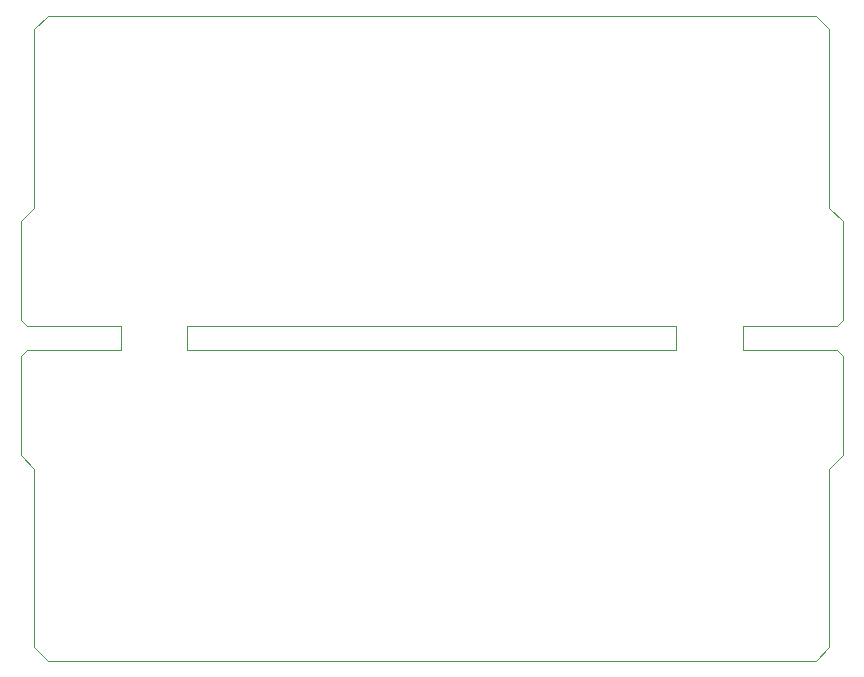
<source format=gm1>
%TF.GenerationSoftware,KiCad,Pcbnew,5.1.10-88a1d61d58~88~ubuntu20.04.1*%
%TF.CreationDate,2021-06-23T17:02:21-05:00*%
%TF.ProjectId,nes-expansion-port,6e65732d-6578-4706-916e-73696f6e2d70,rev?*%
%TF.SameCoordinates,Original*%
%TF.FileFunction,Profile,NP*%
%FSLAX46Y46*%
G04 Gerber Fmt 4.6, Leading zero omitted, Abs format (unit mm)*
G04 Created by KiCad (PCBNEW 5.1.10-88a1d61d58~88~ubuntu20.04.1) date 2021-06-23 17:02:21*
%MOMM*%
%LPD*%
G01*
G04 APERTURE LIST*
%TA.AperFunction,Profile*%
%ADD10C,0.050000*%
%TD*%
G04 APERTURE END LIST*
D10*
X113422000Y-58166000D02*
X113422000Y-56166000D01*
X160422000Y-58166000D02*
X168402000Y-58166000D01*
X154822000Y-56164000D02*
X113422000Y-56164000D01*
X160422000Y-58166000D02*
X160422000Y-56166000D01*
X154822000Y-58166000D02*
X154822000Y-56166000D01*
X107822000Y-56164000D02*
X99822000Y-56164000D01*
X113422000Y-58166000D02*
X154822000Y-58166000D01*
X107822000Y-58166000D02*
X107822000Y-56166000D01*
X166624000Y-29875000D02*
X101600000Y-29875000D01*
X168910000Y-47274000D02*
X168910000Y-55656000D01*
X100457000Y-31018000D02*
X101600000Y-29875000D01*
X100457000Y-31018000D02*
X100457000Y-46131000D01*
X167767000Y-31018000D02*
X167767000Y-46131000D01*
X167767000Y-46131000D02*
X168910000Y-47274000D01*
X168402000Y-56164000D02*
X160422000Y-56164000D01*
X99314000Y-47274000D02*
X100457000Y-46131000D01*
X99314000Y-55656000D02*
X99314000Y-47274000D01*
X167767000Y-31018000D02*
X166624000Y-29875000D01*
X99822000Y-56164000D02*
X99314000Y-55656000D01*
X168910000Y-55656000D02*
X168402000Y-56164000D01*
X168402000Y-58166000D02*
X168910000Y-58674000D01*
X99314000Y-58674000D02*
X99822000Y-58166000D01*
X167767000Y-83312000D02*
X167767000Y-68199000D01*
X168910000Y-67056000D02*
X167767000Y-68199000D01*
X167767000Y-83312000D02*
X166624000Y-84455000D01*
X100457000Y-83312000D02*
X101600000Y-84455000D01*
X100457000Y-83312000D02*
X100457000Y-68199000D01*
X168910000Y-58674000D02*
X168910000Y-67056000D01*
X99822000Y-58166000D02*
X107822000Y-58166000D01*
X99314000Y-67056000D02*
X99314000Y-58674000D01*
X100457000Y-68199000D02*
X99314000Y-67056000D01*
X101600000Y-84455000D02*
X166624000Y-84455000D01*
M02*

</source>
